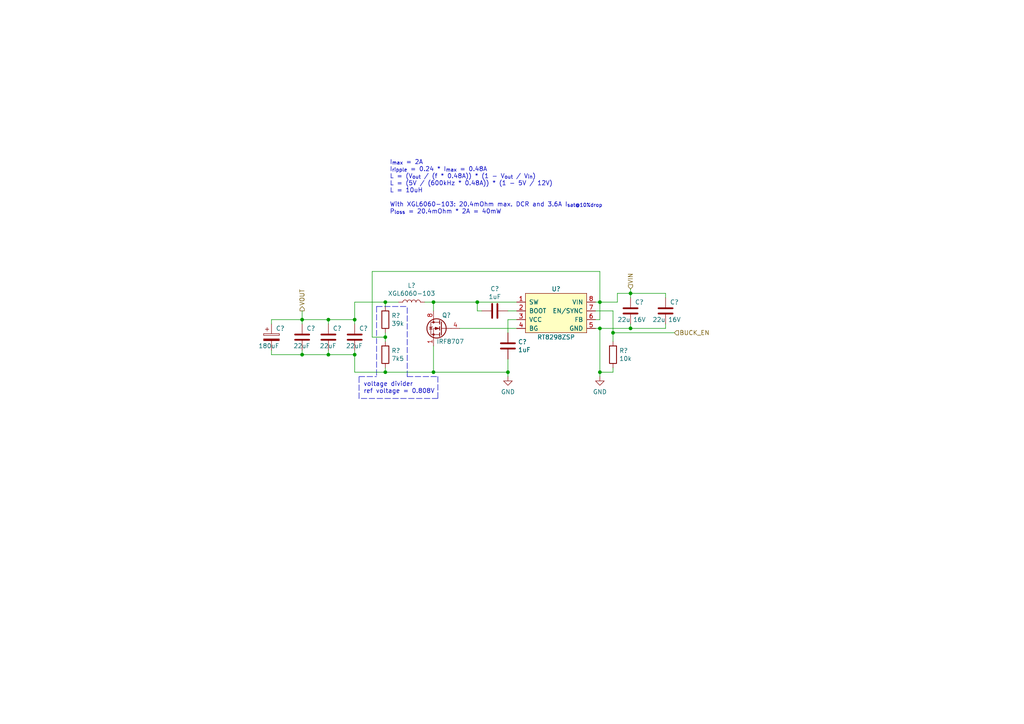
<source format=kicad_sch>
(kicad_sch (version 20211123) (generator eeschema)
  (paper "A4")
  (lib_symbols
    (symbol "Device:C" (pin_numbers hide) (pin_names (offset 0.254))
      (property "Reference" "C" (at 0.635 2.54 0))
      (property "Value" "C" (at 0.635 -2.54 0))
      (symbol "C_0_1"
        (polyline (pts (xy -2.032 -0.762) (xy 2.032 -0.762)) (stroke (width 0.508)))
        (polyline (pts (xy -2.032 0.762) (xy 2.032 0.762)) (stroke (width 0.508)))
      )
      (symbol "C_1_1"
        (pin passive line (at 0 3.81 270) (length 2.794) (name "~") (number "1"))
        (pin passive line (at 0 -3.81 90) (length 2.794) (name "~") (number "2"))
      )
    )
    (symbol "Device:C_Polarized" (pin_numbers hide) (pin_names (offset 0.254))
      (property "Reference" "C" (at 0.635 2.54 0))
      (property "Value" "C_Polarized" (at 0.635 -2.54 0))
      (symbol "C_Polarized_0_1"
        (rectangle (start -2.286 0.508) (end 2.286 1.016))
        (polyline (pts (xy -1.778 2.286) (xy -0.762 2.286)))
        (polyline (pts (xy -1.27 2.794) (xy -1.27 1.778)))
        (rectangle (start 2.286 -0.508) (end -2.286 -1.016) (fill (type outline)))
      )
      (symbol "C_Polarized_1_1"
        (pin passive line (at 0 3.81 270) (length 2.794) (name "~") (number "1"))
        (pin passive line (at 0 -3.81 90) (length 2.794) (name "~") (number "2"))
      )
    )
    (symbol "Device:L" (pin_numbers hide) (pin_names (offset 1.016) hide)
      (property "Reference" "L" (at -1.27 0 90))
      (property "Value" "L" (at 1.905 0 90))
      (symbol "L_0_1"
        (arc (start 0 -2.54) (mid 0.635 -1.905) (end 0 -1.27))
        (arc (start 0 -1.27) (mid 0.635 -0.635) (end 0 0))
        (arc (start 0 0) (mid 0.635 0.635) (end 0 1.27))
        (arc (start 0 1.27) (mid 0.635 1.905) (end 0 2.54))
      )
      (symbol "L_1_1"
        (pin passive line (at 0 3.81 270) (length 1.27) (name "1") (number "1"))
        (pin passive line (at 0 -3.81 90) (length 1.27) (name "2") (number "2"))
      )
    )
    (symbol "Device:R" (pin_numbers hide) (pin_names (offset 0))
      (property "Reference" "R" (at 2.032 0 90))
      (property "Value" "R" (at 0 0 90))
      (symbol "R_0_1"
        (rectangle (start -1.016 -2.54) (end 1.016 2.54) (stroke (width 0.254)))
      )
      (symbol "R_1_1"
        (pin passive line (at 0 3.81 270) (length 1.27) (name "~") (number "1"))
        (pin passive line (at 0 -3.81 90) (length 1.27) (name "~") (number "2"))
      )
    )
    (symbol "Transistor_FET:IRF8721PBF-1" (pin_names hide)
      (property "Reference" "Q" (at 5.08 2.54 0))
      (property "Value" "IRF8721PBF-1" (at 5.08 0 0))
      (symbol "IRF8721PBF-1_0_1"
        (polyline (pts (xy 0.254 0) (xy -2.54 0)))
        (polyline (pts (xy 0.254 1.905) (xy 0.254 -1.905)) (stroke (width 0.254)))
        (polyline (pts (xy 0.762 -1.27) (xy 0.762 -2.286)) (stroke (width 0.254)))
        (polyline (pts (xy 0.762 0.508) (xy 0.762 -0.508)) (stroke (width 0.254)))
        (polyline (pts (xy 0.762 2.286) (xy 0.762 1.27)) (stroke (width 0.254)))
        (polyline (pts (xy 2.54 2.54) (xy 2.54 1.778)))
        (polyline (pts (xy 2.54 -2.54) (xy 2.54 0) (xy 0.762 0)))
        (polyline (pts (xy 0.762 -1.778) (xy 3.302 -1.778) (xy 3.302 1.778) (xy 0.762 1.778)))
        (polyline (pts (xy 1.016 0) (xy 2.032 0.381) (xy 2.032 -0.381) (xy 1.016 0)) (fill (type outline)))
        (polyline (pts (xy 2.794 0.508) (xy 2.921 0.381) (xy 3.683 0.381) (xy 3.81 0.254)))
        (polyline (pts (xy 3.302 0.381) (xy 2.921 -0.254) (xy 3.683 -0.254) (xy 3.302 0.381)))
        (circle (center 1.651 0) (radius 2.794) (stroke (width 0.254)))
        (circle (center 2.54 -1.778) (radius 0.254) (fill (type outline)))
        (circle (center 2.54 1.778) (radius 0.254) (fill (type outline)))
      )
      (symbol "IRF8721PBF-1_1_1"
        (pin passive line (at 2.54 -5.08 90) (length 2.54) (name "S") (number "1"))
        (pin passive line (at 2.54 -5.08 90) (length 2.54) hide (name "S") (number "2"))
        (pin passive line (at 2.54 -5.08 90) (length 2.54) hide (name "S") (number "3"))
        (pin input line (at -5.08 0 0) (length 2.54) (name "G") (number "4"))
        (pin passive line (at 2.54 5.08 270) (length 2.54) hide (name "D") (number "5"))
        (pin passive line (at 2.54 5.08 270) (length 2.54) hide (name "D") (number "6"))
        (pin passive line (at 2.54 5.08 270) (length 2.54) hide (name "D") (number "7"))
        (pin passive line (at 2.54 5.08 270) (length 2.54) (name "D") (number "8"))
      )
    )
    (symbol "extraSymbols:RT8298ZSP" (pin_names (offset 1.016))
      (property "Reference" "U?" (at 0 7.62 0))
      (property "Value" "RT8298ZSP" (at 0 -6.35 0))
      (symbol "RT8298ZSP_0_1"
        (rectangle (start -8.89 6.35) (end 8.89 -5.08) (fill (type background)))
      )
      (symbol "RT8298ZSP_1_1"
        (pin output line (at -11.43 3.81 0) (length 2.54) (name "SW") (number "1"))
        (pin output line (at -11.43 1.27 0) (length 2.54) (name "BOOT") (number "2"))
        (pin input line (at -11.43 -1.27 0) (length 2.54) (name "VCC") (number "3"))
        (pin output line (at -11.43 -3.81 0) (length 2.54) (name "BG") (number "4"))
        (pin power_in line (at 11.43 -3.81 180) (length 2.54) (name "GND") (number "5"))
        (pin input line (at 11.43 -1.27 180) (length 2.54) (name "FB") (number "6"))
        (pin input line (at 11.43 1.27 180) (length 2.54) (name "EN/SYNC") (number "7"))
        (pin power_in line (at 11.43 3.81 180) (length 2.54) (name "VIN") (number "8"))
        (pin passive line (at 11.43 -3.81 180) (length 2.54) hide (name "GND") (number "9"))
      )
    )
    (symbol "power:GND" (power) (pin_names (offset 0))
      (property "Value" "GND" (at 0 -3.81 0))
      (symbol "GND_0_1"
        (polyline (pts (xy 0 0) (xy 0 -1.27) (xy 1.27 -1.27) (xy 0 -2.54) (xy -1.27 -1.27) (xy 0 -1.27)))
      )
      (symbol "GND_1_1"
        (pin power_in line (at 0 0 270) (length 0) hide (name "GND") (number "1"))
      )
    )
  )
  (junction (at 182.88 95.25))
  (junction (at 87.63 92.71))
  (junction (at 95.25 92.71))
  (junction (at 87.63 102.87))
  (junction (at 147.32 107.95))
  (junction (at 111.76 87.63))
  (junction (at 138.43 87.63))
  (junction (at 95.25 102.87))
  (junction (at 177.8 96.52))
  (junction (at 173.99 87.63))
  (junction (at 102.87 102.87))
  (junction (at 125.73 87.63))
  (junction (at 111.76 107.95))
  (junction (at 173.99 95.25))
  (junction (at 125.73 107.95))
  (junction (at 182.88 85.09))
  (junction (at 111.76 97.79))
  (junction (at 173.99 107.95))
  (junction (at 102.87 92.71))
  (wire (pts (xy 111.76 107.95) (xy 102.87 107.95)))
  (wire (pts (xy 78.74 93.98) (xy 78.74 92.71)))
  (wire (pts (xy 173.99 87.63) (xy 172.72 87.63)))
  (wire (pts (xy 177.8 96.52) (xy 177.8 99.06)))
  (wire (pts (xy 182.88 95.25) (xy 182.88 93.98)))
  (wire (pts (xy 102.87 93.98) (xy 102.87 92.71)))
  (wire (pts (xy 87.63 102.87) (xy 87.63 101.6)))
  (wire (pts (xy 107.95 78.74) (xy 173.99 78.74)))
  (wire (pts (xy 173.99 109.22) (xy 173.99 107.95)))
  (wire (pts (xy 173.99 87.63) (xy 179.07 87.63)))
  (wire (pts (xy 173.99 95.25) (xy 182.88 95.25)))
  (polyline (pts (xy 104.14 109.22) (xy 109.22 109.22)))
  (wire (pts (xy 182.88 85.09) (xy 179.07 85.09)))
  (wire (pts (xy 182.88 86.36) (xy 182.88 85.09)))
  (wire (pts (xy 87.63 90.17) (xy 87.63 92.71)))
  (wire (pts (xy 78.74 101.6) (xy 78.74 102.87)))
  (wire (pts (xy 138.43 90.17) (xy 138.43 87.63)))
  (wire (pts (xy 172.72 90.17) (xy 177.8 90.17)))
  (wire (pts (xy 111.76 87.63) (xy 102.87 87.63)))
  (polyline (pts (xy 104.14 115.57) (xy 104.14 109.22)))
  (wire (pts (xy 173.99 95.25) (xy 172.72 95.25)))
  (wire (pts (xy 133.35 95.25) (xy 149.86 95.25)))
  (wire (pts (xy 177.8 107.95) (xy 173.99 107.95)))
  (wire (pts (xy 111.76 106.68) (xy 111.76 107.95)))
  (wire (pts (xy 173.99 95.25) (xy 173.99 107.95)))
  (wire (pts (xy 147.32 92.71) (xy 149.86 92.71)))
  (wire (pts (xy 149.86 87.63) (xy 138.43 87.63)))
  (wire (pts (xy 177.8 90.17) (xy 177.8 96.52)))
  (wire (pts (xy 173.99 87.63) (xy 173.99 92.71)))
  (wire (pts (xy 149.86 90.17) (xy 147.32 90.17)))
  (wire (pts (xy 102.87 92.71) (xy 102.87 87.63)))
  (wire (pts (xy 182.88 95.25) (xy 193.04 95.25)))
  (wire (pts (xy 95.25 92.71) (xy 102.87 92.71)))
  (wire (pts (xy 78.74 92.71) (xy 87.63 92.71)))
  (wire (pts (xy 78.74 102.87) (xy 87.63 102.87)))
  (polyline (pts (xy 127 115.57) (xy 104.14 115.57)))
  (wire (pts (xy 125.73 90.17) (xy 125.73 87.63)))
  (wire (pts (xy 147.32 104.14) (xy 147.32 107.95)))
  (wire (pts (xy 95.25 102.87) (xy 95.25 101.6)))
  (wire (pts (xy 111.76 97.79) (xy 107.95 97.79)))
  (polyline (pts (xy 109.22 88.9) (xy 109.22 109.22)))
  (wire (pts (xy 102.87 107.95) (xy 102.87 102.87)))
  (wire (pts (xy 173.99 92.71) (xy 172.72 92.71)))
  (wire (pts (xy 177.8 96.52) (xy 195.58 96.52)))
  (wire (pts (xy 125.73 107.95) (xy 147.32 107.95)))
  (wire (pts (xy 147.32 96.52) (xy 147.32 92.71)))
  (wire (pts (xy 115.57 87.63) (xy 111.76 87.63)))
  (wire (pts (xy 179.07 85.09) (xy 179.07 87.63)))
  (wire (pts (xy 173.99 78.74) (xy 173.99 87.63)))
  (wire (pts (xy 177.8 107.95) (xy 177.8 106.68)))
  (wire (pts (xy 111.76 107.95) (xy 125.73 107.95)))
  (polyline (pts (xy 109.22 88.9) (xy 118.11 88.9)))
  (wire (pts (xy 111.76 99.06) (xy 111.76 97.79)))
  (wire (pts (xy 193.04 85.09) (xy 193.04 86.36)))
  (wire (pts (xy 125.73 87.63) (xy 123.19 87.63)))
  (wire (pts (xy 111.76 88.9) (xy 111.76 87.63)))
  (wire (pts (xy 147.32 109.22) (xy 147.32 107.95)))
  (wire (pts (xy 111.76 97.79) (xy 111.76 96.52)))
  (wire (pts (xy 87.63 92.71) (xy 95.25 92.71)))
  (wire (pts (xy 87.63 102.87) (xy 95.25 102.87)))
  (wire (pts (xy 182.88 85.09) (xy 193.04 85.09)))
  (wire (pts (xy 138.43 87.63) (xy 125.73 87.63)))
  (wire (pts (xy 125.73 100.33) (xy 125.73 107.95)))
  (polyline (pts (xy 118.11 109.22) (xy 118.11 88.9)))
  (wire (pts (xy 102.87 102.87) (xy 102.87 101.6)))
  (wire (pts (xy 95.25 102.87) (xy 102.87 102.87)))
  (wire (pts (xy 193.04 93.98) (xy 193.04 95.25)))
  (wire (pts (xy 107.95 97.79) (xy 107.95 78.74)))
  (wire (pts (xy 139.7 90.17) (xy 138.43 90.17)))
  (wire (pts (xy 87.63 92.71) (xy 87.63 93.98)))
  (polyline (pts (xy 118.11 109.22) (xy 127 109.22)))
  (wire (pts (xy 95.25 92.71) (xy 95.25 93.98)))
  (wire (pts (xy 182.88 85.09) (xy 182.88 83.82)))
  (polyline (pts (xy 127 109.22) (xy 127 115.57)))
  (text "I_{max} = 2A\nI_{ripple} = 0.24 * I_{max} = 0.48A\nL = (V_{out} / (f * 0.48A)) * (1 - V_{out} / V_{in})\nL = (5V / (600kHz * 0.48A)) * (1 - 5V / 12V)\nL = 10uH\n\nWith XGL6060-103: 20.4mOhm max. DCR and 3.6A I_{sat@10%drop}\nP_{loss} = 20.4mOhm * 2A = 40mW\n" (at 113.03 62.23 0) (effects (font (size 1.27 1.27)) (justify left bottom)))
  (text "voltage divider\nref voltage = 0.808V" (at 105.41 114.3 0) (effects (font (size 1.27 1.27)) (justify left bottom)))
  (hierarchical_label "BUCK_EN" (shape input) (at 195.58 96.52 0))
  (hierarchical_label "VIN" (shape input) (at 182.88 83.82 90))
  (hierarchical_label "VOUT" (shape output) (at 87.63 90.17 90))
  (symbol (lib_id "extraSymbols:RT8298ZSP") (at 161.29 91.44 0) (unit 1)
    (property "Reference" "U?" (at 161.29 83.82 0))
    (property "Value" "RT8298ZSP" (at 161.29 97.79 0))
    (property "Footprint" "Package_SO:HSOP-8-1EP_3.9x4.9mm_P1.27mm_EP2.41x3.1mm_ThermalVias" (effects hide))
    (property "Datasheet" "https://www.richtek.com/assets/product_file/RT8298/DS8298-02.pdf" (effects hide))
  )
  (symbol (lib_id "Device:C") (at 193.04 90.17 0) (unit 1)
    (property "Reference" "C?" (at 194.31 87.63 0) (effects (justify left)))
    (property "Value" "22u 16V" (at 189.23 92.71 0) (effects (justify left)))
  )
  (symbol (lib_id "Device:C") (at 102.87 97.79 0) (unit 1)
    (property "Reference" "C?" (at 104.14 95.25 0) (effects (justify left)))
    (property "Value" "22uF" (at 100.33 100.33 0) (effects (justify left)))
  )
  (symbol (lib_id "Device:C_Polarized") (at 78.74 97.79 0) (unit 1)
    (property "Reference" "C?" (at 80.01 95.25 0) (effects (justify left)))
    (property "Value" "180uF" (at 74.93 100.33 0) (effects (justify left)))
    (property "Footprint" "Capacitor_THT:CP_Radial_D8.0mm_P2.50mm" (effects hide))
  )
  (symbol (lib_id "power:GND") (at 173.99 109.22 0) (unit 1)
    (property "Reference" "#PWR?" (effects hide))
    (property "Value" "GND" (at 173.99 113.6634 0))
  )
  (symbol (lib_id "Transistor_FET:IRF8721PBF-1") (at 128.27 95.25 0) (mirror y) (unit 1)
    (property "Reference" "Q?" (at 130.81 91.44 0) (effects (justify left)))
    (property "Value" "IRF8707" (at 134.62 99.06 0) (effects (justify left)))
    (property "Footprint" "Package_SO:SOIC-8_3.9x4.9mm_P1.27mm" (effects hide))
    (property "Datasheet" "http://www.irf.com/product-info/datasheets/data/irf8721pbf-1.pdf" (effects hide))
  )
  (symbol (lib_id "Device:C") (at 95.25 97.79 0) (unit 1)
    (property "Reference" "C?" (at 96.52 95.25 0) (effects (justify left)))
    (property "Value" "22uF" (at 92.71 100.33 0) (effects (justify left)))
  )
  (symbol (lib_id "Device:R") (at 111.76 92.71 0) (unit 1)
    (property "Reference" "R?" (at 113.538 91.5416 0) (effects (justify left)))
    (property "Value" "39k" (at 113.538 93.853 0) (effects (justify left)))
  )
  (symbol (lib_id "Device:C") (at 182.88 90.17 0) (unit 1)
    (property "Reference" "C?" (at 184.15 87.63 0) (effects (justify left)))
    (property "Value" "22u 16V" (at 179.07 92.71 0) (effects (justify left)))
  )
  (symbol (lib_id "Device:C") (at 147.32 100.33 0) (unit 1)
    (property "Reference" "C?" (at 150.241 99.1616 0) (effects (justify left)))
    (property "Value" "1uF" (at 150.241 101.473 0) (effects (justify left)))
  )
  (symbol (lib_id "Device:L") (at 119.38 87.63 90) (unit 1)
    (property "Reference" "L?" (at 119.38 82.804 90))
    (property "Value" "XGL6060-103" (at 119.38 85.1154 90))
    (property "Footprint" "Inductor_SMD:L_Coilcraft_XAL60xx_6.36x6.56mm" (effects hide))
  )
  (symbol (lib_id "Device:R") (at 177.8 102.87 0) (unit 1)
    (property "Reference" "R?" (at 179.578 101.7016 0) (effects (justify left)))
    (property "Value" "10k" (at 179.578 104.013 0) (effects (justify left)))
  )
  (symbol (lib_id "Device:C") (at 143.51 90.17 270) (unit 1)
    (property "Reference" "C?" (at 143.51 83.7692 90))
    (property "Value" "1uF" (at 143.51 86.0806 90))
  )
  (symbol (lib_id "power:GND") (at 147.32 109.22 0) (unit 1)
    (property "Reference" "#PWR?" (effects hide))
    (property "Value" "GND" (at 147.32 113.6634 0))
  )
  (symbol (lib_id "Device:R") (at 111.76 102.87 0) (unit 1)
    (property "Reference" "R?" (at 113.538 101.7016 0) (effects (justify left)))
    (property "Value" "7k5" (at 113.538 104.013 0) (effects (justify left)))
  )
  (symbol (lib_id "Device:C") (at 87.63 97.79 0) (unit 1)
    (property "Reference" "C?" (at 88.9 95.25 0) (effects (justify left)))
    (property "Value" "22uF" (at 85.09 100.33 0) (effects (justify left)))
  )
)
</source>
